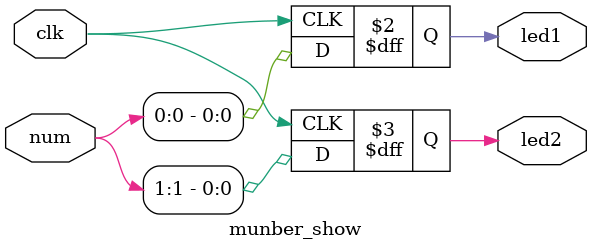
<source format=v>
`timescale 1ns / 1ps


module munber_show(
    input clk,
    input [3:0] num,
    output reg led1,
    output reg led2
//    output reg rgb
    );
    
    always@(posedge clk) begin
        led1 <= num[0];
        led2 <= num[1];
        end

//wire [11:0] percent;
//assign percent = 100*(num[3:2]); 
////¸ù¾Ýnum[2] num[3]À´²úÉúrgbÐÅºÅ
//reg [10:0] cnt = 0; 
//    always@(posedge clk) begin
//        if(cnt == 1000) cnt<=0;
//        else cnt <= cnt+1;end
    
//    always@(posedge clk) begin
//        if(cnt <=percent)
//            rgb <= 1;
//        else
//            rgb <= 0;
//        end
endmodule

</source>
